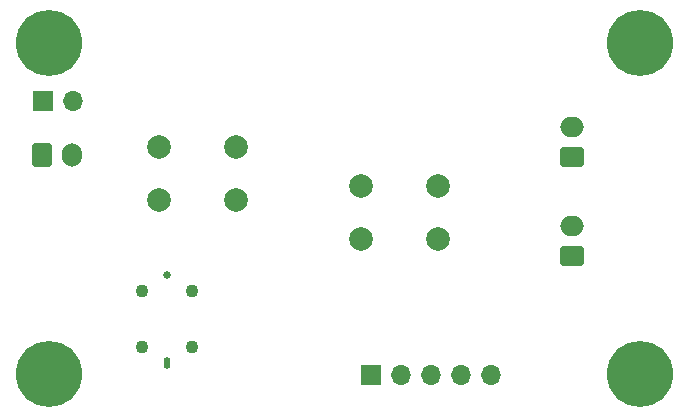
<source format=gbs>
%TF.GenerationSoftware,KiCad,Pcbnew,8.0.1*%
%TF.CreationDate,2025-02-14T15:05:20+08:00*%
%TF.ProjectId,SpeakerDriver,53706561-6b65-4724-9472-697665722e6b,rev?*%
%TF.SameCoordinates,Original*%
%TF.FileFunction,Soldermask,Bot*%
%TF.FilePolarity,Negative*%
%FSLAX46Y46*%
G04 Gerber Fmt 4.6, Leading zero omitted, Abs format (unit mm)*
G04 Created by KiCad (PCBNEW 8.0.1) date 2025-02-14 15:05:20*
%MOMM*%
%LPD*%
G01*
G04 APERTURE LIST*
G04 Aperture macros list*
%AMRoundRect*
0 Rectangle with rounded corners*
0 $1 Rounding radius*
0 $2 $3 $4 $5 $6 $7 $8 $9 X,Y pos of 4 corners*
0 Add a 4 corners polygon primitive as box body*
4,1,4,$2,$3,$4,$5,$6,$7,$8,$9,$2,$3,0*
0 Add four circle primitives for the rounded corners*
1,1,$1+$1,$2,$3*
1,1,$1+$1,$4,$5*
1,1,$1+$1,$6,$7*
1,1,$1+$1,$8,$9*
0 Add four rect primitives between the rounded corners*
20,1,$1+$1,$2,$3,$4,$5,0*
20,1,$1+$1,$4,$5,$6,$7,0*
20,1,$1+$1,$6,$7,$8,$9,0*
20,1,$1+$1,$8,$9,$2,$3,0*%
G04 Aperture macros list end*
%ADD10RoundRect,0.250000X0.750000X-0.600000X0.750000X0.600000X-0.750000X0.600000X-0.750000X-0.600000X0*%
%ADD11O,2.000000X1.700000*%
%ADD12C,5.600000*%
%ADD13R,1.700000X1.700000*%
%ADD14O,1.700000X1.700000*%
%ADD15RoundRect,0.250000X-0.600000X-0.750000X0.600000X-0.750000X0.600000X0.750000X-0.600000X0.750000X0*%
%ADD16O,1.700000X2.000000*%
%ADD17C,0.660000*%
%ADD18O,0.580000X1.000000*%
%ADD19C,1.100000*%
%ADD20C,2.000000*%
G04 APERTURE END LIST*
D10*
%TO.C,J1*%
X172350000Y-101700000D03*
D11*
X172350000Y-99200000D03*
%TD*%
D12*
%TO.C,H3*%
X128100000Y-120100000D03*
%TD*%
D10*
%TO.C,J2*%
X172350000Y-110100000D03*
D11*
X172350000Y-107600000D03*
%TD*%
D13*
%TO.C,J4*%
X127560000Y-97000000D03*
D14*
X130100000Y-97000000D03*
%TD*%
D15*
%TO.C,J6*%
X127500000Y-101600000D03*
D16*
X130000000Y-101600000D03*
%TD*%
D14*
%TO.C,J5*%
X165485000Y-120150000D03*
X162945000Y-120150000D03*
X160405000Y-120150000D03*
X157865000Y-120150000D03*
D13*
X155325000Y-120150000D03*
%TD*%
D12*
%TO.C,H1*%
X128100000Y-92100000D03*
%TD*%
%TO.C,H4*%
X178100000Y-120100000D03*
%TD*%
%TO.C,H2*%
X178100000Y-92100000D03*
%TD*%
D17*
%TO.C,J3*%
X138050000Y-111700000D03*
D18*
X138050000Y-119200000D03*
D19*
X140200000Y-113050000D03*
X135900000Y-113050000D03*
X140200000Y-117850000D03*
X135900000Y-117850000D03*
%TD*%
D20*
%TO.C,SW1*%
X143900000Y-100900000D03*
X137400000Y-100900000D03*
X143900000Y-105400000D03*
X137400000Y-105400000D03*
%TD*%
%TO.C,SW2*%
X161000000Y-104200000D03*
X154500000Y-104200000D03*
X161000000Y-108700000D03*
X154500000Y-108700000D03*
%TD*%
M02*

</source>
